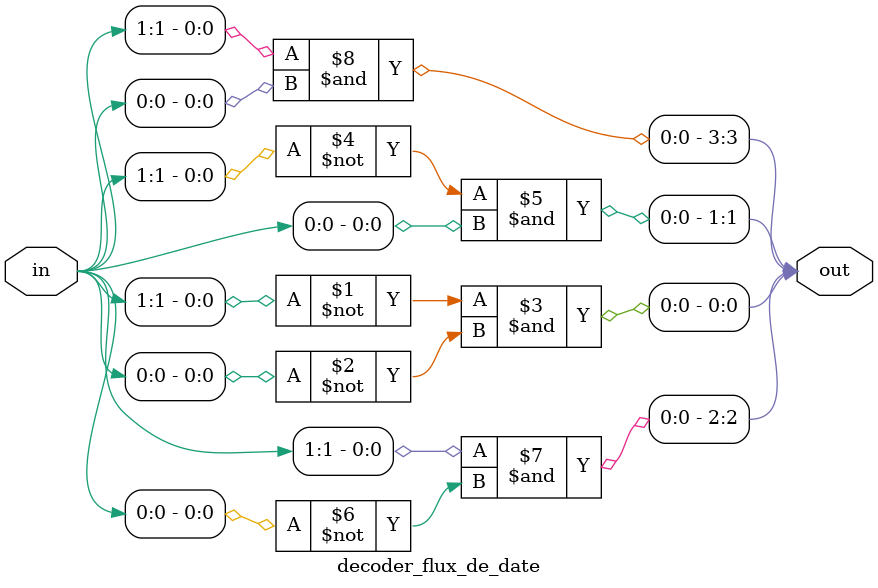
<source format=v>
`timescale 1ns / 1ps


module decoder_flux_de_date(
    input [1:0] in,
    output [3:0] out
    );
    
    assign out[0] = ~in[1] & ~in[0];
    assign out[1] = ~in[1] & in[0];
    assign out[2] = in[1] & ~in[0];
    assign out[3] = in[1] & in[0];
endmodule

</source>
